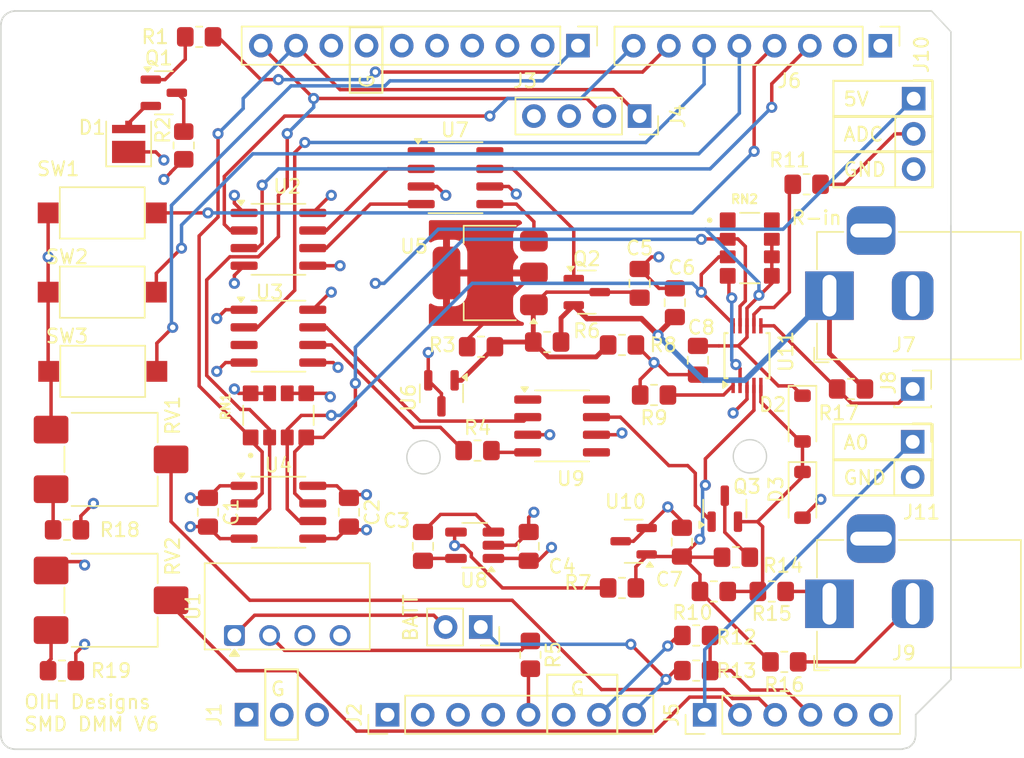
<source format=kicad_pcb>
(kicad_pcb (version 20241229) (generator "pcbnew") (generator_version "9.0")
  (layers (0 "F.Cu" signal) (4 "In1.Cu" signal) (6 "In2.Cu" signal) (2 "B.Cu" signal) (13 "F.Paste" user) (15 "B.Paste" user) (5 "F.SilkS" user "F.Silkscreen") (7 "B.SilkS" user "B.Silkscreen") (1 "F.Mask" user) (3 "B.Mask" user) (25 "Edge.Cuts" user))
  (net 0 "")
  (net 1 "GND")
  (net 2 "Resistor_Input")
  (net 3 "SDA")
  (net 4 "D6~")
  (net 5 "D7")
  (net 6 "+9V")
  (net 7 "SCL")
  (net 8 "V_Input_REF")
  (net 9 "V_Input_Float")
  (net 10 "ADS_ADDR")
  (net 11 "/R Circuit I Output")
  (net 12 "ADS_ALERT")
  (net 13 "A0{slash}D14")
  (net 14 "D3~")
  (net 15 "VDD")
  (net 16 "I_Input")
  (net 17 "D5~ (IR)")
  (net 18 "A1{slash}D15")
  (net 19 "Net-(Q2-G)")
  (net 20 "A3{slash}D17")
  (net 21 "CS")
  (net 22 "MISO")
  (net 23 "MOSI")
  (net 24 "CLK")
  (net 25 "SDA-5V")
  (net 26 "SCL-5V")
  (net 27 "/R into ADS")
  (net 28 "+VSW")
  (net 29 "/Driver_U2_Out_B")
  (net 30 "/Driver_U4_Out_A")
  (net 31 "/Driver_U4_Out_B")
  (net 32 "/ADC-1")
  (net 33 "/V Ref to ADS-0")
  (net 34 "/Driver_U4_In_B")
  (net 35 "Gnd-iso")
  (net 36 "5V-iso")
  (net 37 "/Driver_U4_In_A")
  (net 38 "/Driver_U2_In_A")
  (net 39 "/Driver_U2_In_B")
  (net 40 "D2~")
  (net 41 "/Uno5vPin")
  (net 42 "A2{slash}D16")
  (net 43 "+3V3")
  (net 44 "D8")
  (net 45 "D4")
  (net 53 "Net-(U8-C1-)")
  (net 54 "Net-(U8-C1+)")
  (net 55 "Net-(D1-A)")
  (net 62 "Net-(J10-Pin_2)")
  (net 63 "Net-(Q1-C)")
  (net 64 "Net-(Q1-B)")
  (net 65 "Net-(Q3-D)")
  (net 66 "Net-(U5-VO)")
  (net 67 "Net-(U3-VOB)")
  (net 73 "Net-(R18-Pad1)")
  (net 74 "Net-(R19-Pad1)")
  (footprint "Capacitor_SMD:C_0805_2012Metric_Pad1.18x1.45mm_HandSolder" (layer "F.Cu") (at 128.660305 73.49413 90)
    (property "Reference" "C8")
    (property "Value" "0.1uF")
  )
  (footprint "Resistor_SMD:R_0805_2012Metric_Pad1.20x1.40mm_HandSolder" (layer "F.Cu") (at 128.54 95.88 180)
    (property "Reference" "R13")
    (property "Value" "100K")
  )
  (footprint "Connector_PinSocket_2.54mm:PinSocket_1x01_P2.54mm_Vertical" (layer "F.Cu") (at 144.145 75.565)
    (property "Reference" "J8")
    (property "Value" "Conn_01x01_Socket")
  )
  (footprint "Connector_PinHeader_2.54mm:PinHeader_1x06_P2.54mm_Vertical" (layer "F.Cu") (at 129.151624 99.067665 90)
    (property "Reference" "J5")
    (property "Value" "ANALOG")
  )
  (footprint "Potentiometer_SMD:Potentiometer_ACP_CA6-VSMD_Vertical" (layer "F.Cu") (at 86.36 90.805)
    (property "Reference" "RV2")
    (property "Value" "R_Potentiometer_US")
  )
  (footprint "Package_SO:SOIC-8_3.9x4.9mm_P1.27mm" (layer "F.Cu") (at 98.425 71.755)
    (property "Reference" "U3")
    (property "Value" "ADuM1200AR")
  )
  (footprint "Resistor_SMD:R_0805_2012Metric_Pad1.20x1.40mm_HandSolder" (layer "F.Cu") (at 82.82 95.885)
    (property "Reference" "R19")
    (property "Value" "1K")
  )
  (footprint "Resistor_SMD:R_0805_2012Metric_Pad1.20x1.40mm_HandSolder" (layer "F.Cu") (at 123.19 89.916)
    (property "Reference" "R7")
    (property "Value" "4.7K")
  )
  (footprint "Connector_PinHeader_2.54mm:PinHeader_1x08_P2.54mm_Vertical" (layer "F.Cu") (at 141.809463 50.808987 -90)
    (property "Reference" "J6")
    (property "Value" "DIGITAL1")
  )
  (footprint "Package_TO_SOT_SMD:SOT-223-3_TabPin2" (layer "F.Cu") (at 113.69 67.19875 180)
    (property "Reference" "U5")
    (property "Value" "LM317_TO-220")
  )
  (footprint "Resistor_SMD:R_0805_2012Metric_Pad1.20x1.40mm_HandSolder" (layer "F.Cu") (at 125.5 76 180)
    (property "Reference" "R9")
    (property "Value" "0")
  )
  (footprint "Library:RESCAXS127P508X320X70-8N" (layer "F.Cu") (at 98.425 77.47 90)
    (property "Reference" "RN1")
    (property "Value" "10k x4")
  )
  (footprint "Package_SO:TSSOP-10_3x3mm_P0.5mm" (layer "F.Cu") (at 132.200305 73.15913 90)
    (property "Reference" "U11")
    (property "Value" "ADS1115IDGS")
  )
  (footprint "Resistor_SMD:R_0805_2012Metric_Pad1.20x1.40mm_HandSolder" (layer "F.Cu") (at 134.89 95.25 180)
    (property "Reference" "R16")
    (property "Value" "499.0K")
  )
  (footprint "Resistor_SMD:R_0805_2012Metric_Pad1.20x1.40mm_HandSolder" (layer "F.Cu") (at 129.81 90.17)
    (property "Reference" "R10")
    (property "Value" "1M")
  )
  (footprint "Package_TO_SOT_SMD:SOT-23" (layer "F.Cu") (at 124.0305 86.548 180)
    (property "Reference" "U10")
    (property "Value" "LM4040DBZ-2.5")
  )
  (footprint "Resistor_SMD:R_0805_2012Metric_Pad1.20x1.40mm_HandSolder" (layer "F.Cu") (at 128.54 93.345)
    (property "Reference" "R12")
    (property "Value" "22K")
  )
  (footprint "Library:PinHeader_1x03_P2.54mm_Vertical_NoBox" (layer "F.Cu") (at 96.128981 99.06 90)
    (property "Reference" "J1")
    (property "Value" "POWER2")
  )
  (footprint "Connector_PinSocket_2.54mm:PinSocket_1x03_P2.54mm_Vertical" (layer "F.Cu") (at 144.215 54.625)
    (property "Reference" "J10")
    (property "Value" "I_Input")
  )
  (footprint "Resistor_SMD:R_0805_2012Metric_Pad1.20x1.40mm_HandSolder" (layer "F.Cu") (at 113.03 72.51875)
    (property "Reference" "R3")
    (property "Value" "62.0")
  )
  (footprint "Resistor_SMD:R_0805_2012Metric_Pad1.20x1.40mm_HandSolder" (layer "F.Cu") (at 117.795 72.17875)
    (property "Reference" "R6")
    (property "Value" "22.0K")
  )
  (footprint "Button_Switch_SMD:SW_SPST_CK_RS282G05A3" (layer "F.Cu") (at 85.762 74.295 180)
    (property "Reference" "SW3")
    (property "Value" "SW_Push")
  )
  (footprint "Resistor_SMD:R_0805_2012Metric_Pad1.20x1.40mm_HandSolder" (layer "F.Cu") (at 91.6 58 -90)
    (property "Reference" "R2")
    (property "Value" "500")
  )
  (footprint "Capacitor_SMD:C_0805_2012Metric_Pad1.18x1.45mm_HandSolder" (layer "F.Cu") (at 108.842903 86.919187 -90)
    (property "Reference" "C3")
    (property "Value" "4.7uF")
  )
  (footprint "Button_Switch_SMD:SW_SPST_CK_RS282G05A3" (layer "F.Cu") (at 85.725 68.58 180)
    (property "Reference" "SW2")
    (property "Value" "SW_Push")
  )
  (footprint "Package_TO_SOT_SMD:SOT-23" (layer "F.Cu") (at 110.175 75.88 -90)
    (property "Reference" "U6")
    (property "Value" "LM4040DBZ-5")
  )
  (footprint "Button_Switch_SMD:SW_SPST_CK_RS282G05A3" (layer "F.Cu") (at 85.725 62.865 180)
    (property "Reference" "SW1")
    (property "Value" "SW_Push")
  )
  (footprint "Capacitor_SMD:C_0805_2012Metric_Pad1.18x1.45mm_HandSolder" (layer "F.Cu") (at 93.345 84.455 -90)
    (property "Reference" "C1")
    (property "Value" "0.1uF")
  )
  (footprint "Connector_PinSocket_2.54mm:PinSocket_1x02_P2.54mm_Vertical" (layer "F.Cu") (at 144.145 79.375)
    (property "Reference" "J11")
    (property "Value" "Conn_01x02_Pin")
  )
  (footprint "Resistor_SMD:R_0805_2012Metric_Pad1.20x1.40mm_HandSolder" (layer "F.Cu") (at 133.985 90.17 180)
    (property "Reference" "R15")
    (property "Value" "499.0K")
  )
  (footprint "Resistor_SMD:R_0805_2012Metric_Pad1.20x1.40mm_HandSolder" (layer "F.Cu") (at 112.776 80.01)
    (property "Reference" "R4")
    (property "Value" "0")
  )
  (footprint "Capacitor_SMD:C_0805_2012Metric_Pad1.18x1.45mm_HandSolder" (layer "F.Cu") (at 103.505 84.455 -90)
    (property "Reference" "C2")
    (property "Value" "0.1uF")
  )
  (footprint "Resistor_SMD:R_0805_2012Metric_Pad1.20x1.40mm_HandSolder" (layer "F.Cu") (at 116.586 94.742 -90)
    (property "Reference" "R5")
    (property "Value" "0")
  )
  (footprint "Resistor_SMD:R_0805_2012Metric_Pad1.20x1.40mm_HandSolder" (layer "F.Cu") (at 136.5 60.8)
    (property "Reference" "R11")
    (property "Value" "0")
  )
  (footprint "Package_TO_SOT_SMD:SOT-23-5_HandSoldering" (layer "F.Cu") (at 112.572903 86.836687 180)
    (property "Reference" "U8")
    (property "Value" "MAX1683")
  )
  (footprint "Connector_BarrelJack:BarrelJack_Horizontal" (layer "F.Cu") (at 138.145 91.06 180)
    (property "Reference" "J9")
    (property "Value" "Barrel_Jack")
  )
  (footprint "Package_SO:SOIC-8_3.9x4.9mm_P1.27mm" (layer "F.Cu") (at 118.872 78.232)
    (property "Reference" "U9")
    (property "Value" "IX4426N")
  )
  (footprint "Package_TO_SOT_SMD:SOT-23" (layer "F.Cu") (at 120.65 68.58)
    (property "Reference" "Q2")
    (property "Value" "AO3400A MOSFET")
  )
  (footprint "Diode_SMD:D_SOD-123" (layer "F.Cu") (at 136.2 77.7 -90)
    (property "Reference" "D2")
    (property "Value" "D_Schottky")
  )
  (footprint "Resistor_SMD:R_0805_2012Metric_Pad1.20x1.40mm_HandSolder" (layer "F.Cu") (at 123.19 72.39 180)
    (property "Reference" "R8")
    (property "Value" "330.0")
  )
  (footprint "Resistor_SMD:R_0805_2012Metric_Pad1.20x1.40mm_HandSolder" (layer "F.Cu") (at 131.4 87.7 180)
    (property "Reference" "R14")
    (property "Value" "15K")
  )
  (footprint "Capacitor_SMD:C_0805_2012Metric_Pad1.18x1.45mm_HandSolder" (layer "F.Cu") (at 116.462903 86.919187 90)
    (property "Reference" "C4")
    (property "Value" "4.7uF")
  )
  (footprint "Resistor_SMD:R_0805_2012Metric_Pad1.20x1.40mm_HandSolder" (layer "F.Cu") (at 139.7 75.565)
    (property "Reference" "R17")
    (property "Value" "0")
  )
  (footprint "Package_TO_SOT_SMD:SOT-23" (layer "F.Cu") (at 90.1625 54.2)
    (property "Reference" "Q1")
    (property "Value" "MMBT3904" (hide yes))
  )
  (footprint "Connector_PinHeader_2.54mm:PinHeader_1x08_P2.54mm_Vertical" (layer "F.Cu") (at 106.287792 99.06511 90)
    (property "Reference" "J2")
    (property "Value" "POWER1")
  )
  (footprint "Diode_SMD:D_SOD-123" (layer "F.Cu") (at 136.2 83.2 -90)
    (property "Reference" "D3")
    (property "Value" "D_Schottky")
  )
  (footprint "Package_TO_SOT_SMD:SOT-23" (layer "F.Cu") (at 130.6 84.2 90)
    (property "Reference" "Q3")
    (property "Value" "AO3400A MOSFET")
  )
  (footprint "Converter_DCDC:Converter_DCDC_TRACO_TEA1-xxxx_THT" (layer "F.Cu") (at 95.25 93.345 90)
    (property "Reference" "U1")
    (property "Value" "RFM-0505S")
  )
  (footprint "Connector_PinHeader_2.54mm:PinHeader_1x10_P2.54mm_Vertical" (layer "F.Cu") (at 120.015 50.8 -90)
    (property "Reference" "J3")
    (property "Value" "DIGITAL2")
  )
  (footprint "Capacitor_SMD:C_0805_2012Metric_Pad1.18x1.45mm_HandSolder" (layer "F.Cu") (at 124.46 67.945 90)
    (property "Reference" "C5")
    (property "Value" "1uF")
  )
  (footprint "Connector_BarrelJack:BarrelJack_Horizontal" (layer "F.Cu") (at 138.145 68.835 180)
    (property "Reference" "J7")
    (property "Value" "Barrel_Jack")
  )
  (footprint "Capacitor_SMD:C_0805_2012Metric_Pad1.18x1.45mm_HandSolder" (layer "F.Cu") (at 127 69.342 90)
    (property "Reference" "C6")
    (property "Value" "2.2uF")
  )
  (footprint "Resistor_SMD:R_0805_2012Metric_Pad1.20x1.40mm_HandSolder" (layer "F.Cu") (at 92.71 50.165 180)
    (property "Reference" "R1")
    (property "Value" "1K")
  )
  (footprint "Capacitor_SMD:C_0805_2012Metric_Pad1.18x1.45mm_HandSolder" (layer "F.Cu") (at 127.508 86.614 -90)
    (property "Reference" "C7")
    (property "Value" "0.1uF")
  )
  (footprint "Connector_PinSocket_2.54mm:PinSocket_1x02_P2.54mm_Vertical" (layer "F.Cu") (at 113.01 92.735 -90)
    (property "Reference" "J12" (hide yes))
    (property "Value" "Conn_01x02_Pin")
  )
  (footprint "Potentiometer_SMD:Potentiometer_ACP_CA6-VSMD_Vertical" (layer "F.Cu") (at 86.36 80.645)
    (property "Reference" "RV1")
    (property "Value" "06TR4FA103DPR")
  )
  (footprint "Connector_PinSocket_2.54mm:PinSocket_1x04_P2.54mm_Vertical" (layer "F.Cu") (at 124.46 55.88 -90)
    (property "Reference" "J4")
    (property "Value" "Out to Screen")
  )
  (footprint "LED_SMD:LED_Luminus_MP-3030-1100_3.0x3.0mm" (layer "F.Cu") (at 87.63 57.89 90)
    (property "Reference" "D1")
    (property "Value" "LED")
  )
  (footprint "Resistor_SMD:R_0805_2012Metric_Pad1.20x1.40mm_HandSolder" (layer "F.Cu") (at 83.185 85.725)
    (property "Reference" "R18")
    (property "Value" "1K")
  )
  (footprint "Package_SO:SOIC-8_3.9x4.9mm_P1.27mm" (layer "F.Cu") (at 98.425 84.455)
    (property "Reference" "U4")
    (property "Value" "ISO1540")
  )
  (footprint "Package_SO:SOIC-8_3.9x4.9mm_P1.27mm" (layer "F.Cu") (at 98.425 64.77)
    (property "Reference" "U2")
    (property "Value" "ADuM1200AR")
  )
  (footprint "Library:RESCAXS127P508X320X70-8N" (layer "F.Cu") (at 132.4 65.4)
    (property "Reference" "RN2")
    (property "Value" "1K x4")
  )
  (footprint "Package_SO:SOIC-8_3.9x4.9mm_P1.27mm" (layer "F.Cu") (at 111.19 60.325)
    (property "Reference" "U7")
    (property "Value" "IX4426N")
  )
  (gr_rect (start 138.43 78.105) (end 145.585 80.705) (stroke (width 0.15)) (fill no) (layer "F.SilkS"))
  (gr_rect (start 103.567758 49.467044) (end 105.91855 54.201136) (stroke (width 0.15)) (fill no) (layer "F.SilkS"))
  (gr_rect (start 138.43 80.645) (end 145.585 83.245) (stroke (width 0.15)) (fill no) (layer "F.SilkS"))
  (gr_rect (start 117.800432 96.176612) (end 122.849754 100.44112) (stroke (width 0.15)) (fill no) (layer "F.SilkS"))
  (gr_rect (start 97.477467 95.788603) (end 99.825034 100.86181) (stroke (width 0.15)) (fill no) (layer "F.SilkS"))
  (gr_rect (start 138.43 53.34) (end 145.585 55.94) (stroke (width 0.15)) (fill no) (layer "F.SilkS"))
  (gr_rect (start 138.43 55.88) (end 145.585 58.48) (stroke (width 0.15)) (fill no) (layer "F.SilkS"))
  (gr_rect (start 138.43 58.42) (end 145.585 61.02) (stroke (width 0.15)) (fill no) (layer "F.SilkS"))
  (gr_line (start 79.155572 48.342318) (end 79.409482 48.3) (stroke (width 0.12)) (layer "Edge.Cuts"))
  (gr_line (start 78.711229 48.596228) (end 78.922821 48.448114) (stroke (width 0.12)) (layer "Edge.Cuts"))
  (gr_line (start 78.922821 101.423045) (end 78.711229 101.253771) (stroke (width 0.12)) (layer "Edge.Cuts"))
  (gr_line (start 146.899617 96.521794) (end 144.360514 99.060897) (stroke (width 0.12)) (layer "Edge.Cuts"))
  (gr_line (start 79.409482 48.3) (end 145.5 48.3) (stroke (width 0.12)) (layer "Edge.Cuts"))
  (gr_line (start 79.155572 101.507681) (end 78.922821 101.423045) (stroke (width 0.12)) (layer "Edge.Cuts"))
  (gr_line (start 144.318196 100.809428) (end 144.233559 101.042179) (stroke (width 0.12)) (layer "Edge.Cuts"))
  (gr_line (start 144.233559 101.042179) (end 144.064285 101.253771) (stroke (width 0.12)) (layer "Edge.Cuts"))
  (gr_line (start 78.415 49.315641) (end 78.457318 49.040571) (stroke (width 0.12)) (layer "Edge.Cuts"))
  (gr_line (start 144.360514 99.060897) (end 144.360514 100.555518) (stroke (width 0.12)) (layer "Edge.Cuts"))
  (gr_line (start 145.5 48.3) (end 146.9 49.8) (stroke (width 0.1)) (layer "Edge.Cuts"))
  (gr_line (start 78.457318 100.809428) (end 78.415 100.555518) (stroke (width 0.12)) (layer "Edge.Cuts"))
  (gr_line (start 143.852694 101.423045) (end 143.366032 101.55) (stroke (width 0.12)) (layer "Edge.Cuts"))
  (gr_line (start 144.064285 101.253771) (end 143.852694 101.423045) (stroke (width 0.12)) (layer "Edge.Cuts"))
  (gr_line (start 78.711229 101.253771) (end 78.541955 101.042179) (stroke (width 0.12)) (layer "Edge.Cuts"))
  (gr_line (start 79.409482 101.55) (end 79.155572 101.507681) (stroke (width 0.12)) (layer "Edge.Cuts"))
  (gr_circle (center 108.880463 80.491437) (end 110.080463 80.491437) (stroke (width 0.1)) (fill no) (layer "Edge.Cuts"))
  (gr_line (start 144.360514 100.555518) (end 144.318196 100.809428) (stroke (width 0.12)) (layer "Edge.Cuts"))
  (gr_line (start 78.415 100.555518) (end 78.415 49.315641) (stroke (width 0.12)) (layer "Edge.Cuts"))
  (gr_circle (center 132.410332 80.422661) (end 133.610332 80.422661) (stroke (width 0.1)) (fill no) (layer "Edge.Cuts"))
  (gr_line (start 143.366032 101.55) (end 79.409482 101.55) (stroke (width 0.12)) (layer "Edge.Cuts"))
  (gr_line (start 78.541955 48.80782) (end 78.711229 48.596228) (stroke (width 0.12)) (layer "Edge.Cuts"))
  (gr_line (start 78.541955 101.042179) (end 78.457318 100.809428) (stroke (width 0.12)) (layer "Edge.Cuts"))
  (gr_line (start 146.9 49.8) (end 146.899617 63.788527) (stroke (width 0.1)) (layer "Edge.Cuts"))
  (gr_line (start 78.922821 48.448114) (end 79.155572 48.342318) (stroke (width 0.12)) (layer "Edge.Cuts"))
  (gr_line (start 78.457318 49.040571) (end 78.541955 48.80782) (stroke (width 0.12)) (layer "Edge.Cuts"))
  (gr_line (start 146.899617 63.788527) (end 146.899617 96.521794) (stroke (width 0.12)) (layer "Edge.Cuts"))
  (gr_text "ADC" (at 139.065 57.785 0) (layer "F.SilkS") (effects (font (size 1 1)) (justify left bottom)))
  (gr_text "G" (at 97.79 97.79 0) (layer "F.SilkS") (effects (font (size 1 1)) (justify left bottom)))
  (gr_text "G" (at 105.41 53.975 90) (layer "F.SilkS") (effects (font (size 1 1)) (justify left bottom)))
  (gr_text "R-in" (at 135.3 63.8 0) (layer "F.SilkS") (effects (font (size 1 1)) (justify left bottom)))
  (gr_text "5V" (at 139.065 55.245 0) (layer "F.SilkS") (effects (font (size 1 1)) (justify left bottom)))
  (gr_text "GND" (at 139.065 82.55 0) (layer "F.SilkS") (effects (font (size 1 1)) (justify left bottom)))
  (gr_text "G" (at 119.38 97.79 0) (layer "F.SilkS") (effects (font (size 1 1)) (justify left bottom)))
  (gr_text "A0" (at 139.065 80.01 0) (layer "F.SilkS") (effects (font (size 1 1)) (justify left bottom)))
  (gr_text "BATT" (at 107.95 92.075 90) (layer "F.SilkS") (effects (font (size 1 1))))
  (gr_text "GND" (at 139.065 60.325 0) (layer "F.SilkS") (effects (font (size 1 1)) (justify left bottom)))
  (gr_text "OIH Designs\nSMD DMM V6" (at 80.01 100.33 0) (layer "F.SilkS") (effects (font (size 1 1)) (justify left bottom)))
  (segment (start 87.63 58.465) (end 89.58 58.465) (width 0.25) (layer "F.Cu") (net 1))
  (segment (start 95.95 73.66) (end 94.615 73.66) (width 0.25) (layer "F.Cu") (net 1))
  (segment (start 84.21 88.02) (end 84.455 88.265) (width 0.25) (layer "F.Cu") (net 1))
  (segment (start 89.58 58.465) (end 90.17 59.055) (width 0.25) (layer "F.Cu") (net 1))
  (segment (start 96.71 91.885) (end 95.25 93.345) (width 0.25) (layer "F.Cu") (net 1))
  (segment (start 81.825 66.04) (end 81.825 74.258) (width 0.25) (layer "F.Cu") (net 1))
  (segment (start 94.2125 86.36) (end 95.95 86.36) (width 0.25) (layer "F.Cu") (net 1))
  (segment (start 82.035 79.13) (end 82.035 74.468) (width 0.25) (layer "F.Cu") (net 1))
  (segment (start 95.95 66.675) (end 95.25 67.375) (width 0.25) (layer "F.Cu") (net 1))
  (segment (start 94.615 73.66) (end 93.98 74.295) (width 0.25) (layer "F.Cu") (net 1))
  (segment (start 81.825 74.258) (end 81.862 74.295) (width 0.25) (layer "F.Cu") (net 1))
  (segment (start 93.345 85.4925) (end 94.2125 86.36) (width 0.25) (layer "F.Cu") (net 1))
  (segment (start 109.62 91.885) (end 96.71 91.885) (width 0.25) (layer "F.Cu") (net 1))
  (segment (start 82.035 74.468) (end 81.862 74.295) (width 0.25) (layer "F.Cu") (net 1))
  (segment (start 126.488951 94.103951) (end 127.247902 93.345) (width 0.25) (layer "F.Cu") (net 1))
  (segment (start 82.035 88.02) (end 84.21 88.02) (width 0.25) (layer "F.Cu") (net 1))
  (segment (start 110.47 92.735) (end 109.62 91.885) (width 0.25) (layer "F.Cu") (net 1))
  (segment (start 81.825 62.865) (end 81.825 66.04) (width 0.25) (layer "F.Cu") (net 1))
  (segment (start 92.075 85.4925) (end 93.345 85.4925) (width 0.25) (layer "F.Cu") (net 1))
  (segment (start 95.25 67.375) (end 95.25 67.945) (width 0.25) (layer "F.Cu") (net 1))
  (segment (start 127.247902 93.345) (end 127.54 93.345) (width 0.25) (layer "F.Cu") (net 1))
  (via (at 93.98 74.295) (size 0.8) (drill 0.4) (layers "F.Cu" "B.Cu") (net 1))
  (via (at 95.25 67.945) (size 0.8) (drill 0.4) (layers "F.Cu" "B.Cu") (net 1))
  (via (at 126.488951 94.103951) (size 0.8) (drill 0.4) (layers "F.Cu" "B.Cu") (net 1))
  (via (at 84.455 88.265) (size 0.8) (drill 0.4) (layers "F.Cu" "B.Cu") (net 1))
  (via (at 81.825 66.04) (size 0.8) (drill 0.4) (layers "F.Cu" "B.Cu") (net 1))
  (via (at 92.075 85.4925) (size 0.8) (drill 0.4) (layers "F.Cu" "B.Cu") (net 1))
  (via (at 90.17 59.055) (size 0.8) (drill 0.4) (layers "F.Cu" "B.Cu") (net 1))
  (segment (start 121.527792 99.06511) (end 126.488951 94.103951) (width 0.25) (layer "B.Cu") (net 1))
  (segment (start 118.795 70.4475) (end 118.795 72.17875) (width 0.35) (layer "F.Cu") (net 2))
  (segment (start 138.145 73.01) (end 138.145 68.835) (width 0.35) (layer "F.Cu") (net 2))
  (segment (start 124.594875 70.492875) (end 120.675375 70.492875) (width 0.4) (layer "F.Cu") (net 2))
  (segment (start 125.7935 71.6915) (end 125.857 71.628) (width 0.4) (layer "F.Cu") (net 2))
  (segment (start 120.675375 70.492875) (end 119.7125 69.53) (width 0.4) (layer "F.Cu") (net 2))
  (segment (start 125.7935 71.6915) (end 124.594875 70.492875) (width 0.4) (layer "F.Cu") (net 2))
  (segment (start 125.857 71.5225) (end 127 70.3795) (width 0.4) (layer "F.Cu") (net 2))
  (segment (start 125.857 71.628) (end 125.857 71.5225) (width 0.4) (layer "F.Cu") (net 2))
  (segment (start 140.7 75.565) (end 138.145 73.01) (width 0.35) (layer "F.Cu") (net 2))
  (segment (start 119.7125 69.53) (end 118.795 70.4475) (width 0.35) (layer "F.Cu") (net 2))
  (via (at 125.7935 71.6915) (size 0.8) (drill 0.4) (layers "F.Cu" "B.Cu") (net 2))
  (segment (start 125.7935 71.6915) (end 129.032 74.93) (width 0.4) (layer "B.Cu") (net 2))
  (segment (start 129.032 74.93) (end 132.05 74.93) (width 0.4) (layer "B.Cu") (net 2))
  (segment (start 132.05 74.93) (end 138.145 68.835) (width 0.4) (layer "B.Cu") (net 2))
  (segment (start 97.251 83.089) (end 96.52 83.82) (width 0.25) (layer "F.Cu") (net 3))
  (segment (start 94.071 63.16572) (end 92.71 64.52672) (width 0.25) (layer "F.Cu") (net 3))
  (segment (start 96.42 79.06) (end 96.42 79.275) (width 0.25) (layer "F.Cu") (net 3))
  (segment (start 94.071 57.15) (end 94.071 63.16572) (width 0.25) (layer "F.Cu") (net 3))
  (segment (start 96.42 79.275) (end 97.251 80.106) (width 0.25) (layer "F.Cu") (net 3))
  (segment (start 97.251 80.106) (end 97.251 83.089) (width 0.25) (layer "F.Cu") (net 3))
  (segment (start 96.52 83.82) (end 95.95 83.82) (width 0.25) (layer "F.Cu") (net 3))
  (segment (start 102.87 53.975) (end 99.695 50.8) (width 0.25) (layer "F.Cu") (net 3))
  (segment (start 92.71 64.52672) (end 92.71 75.35) (width 0.25) (layer "F.Cu") (net 3))
  (segment (start 122.555 53.975) (end 102.87 53.975) (width 0.25) (layer "F.Cu") (net 3))
  (segment (start 92.71 75.35) (end 96.42 79.06) (width 0.25) (layer "F.Cu") (net 3))
  (segment (start 124.46 55.88) (end 122.555 53.975) (width 0.25) (layer "F.Cu") (net 3))
  (via (at 94.071 57.15) (size 0.8) (drill 0.4) (layers "F.Cu" "B.Cu") (net 3))
  (segment (start 94.071 57.15) (end 95.885 55.336) (width 0.25) (layer "B.Cu") (net 3))
  (segment (start 95.885 54.61) (end 99.695 50.8) (width 0.25) (layer "B.Cu") (net 3))
  (segment (start 95.885 55.336) (end 95.885 54.61) (width 0.25) (layer "B.Cu") (net 3))
  (segment (start 97.155 53.25) (end 98.425 53.25) (width 0.25) (layer "F.Cu") (net 4))
  (segment (start 105.41 52.705) (end 124.67345 52.705) (width 0.25) (layer "F.Cu") (net 4))
  (segment (start 94.07 50.165) (end 97.155 53.25) (width 0.25) (layer "F.Cu") (net 4))
  (segment (start 124.67345 52.705) (end 126.569463 50.808987) (width 0.25) (layer "F.Cu") (net 4))
  (via (at 105.41 52.705) (size 0.8) (drill 0.4) (layers "F.Cu" "B.Cu") (net 4))
  (via (at 98.425 53.25) (size 0.8) (drill 0.4) (layers "F.Cu" "B.Cu") (net 4))
  (segment (start 104.865 53.25) (end 105.41 52.705) (width 0.25) (layer "B.Cu") (net 4))
  (segment (start 98.425 53.25) (end 104.865 53.25) (width 0.25) (layer "B.Cu") (net 4))
  (segment (start 94.524 63.683999) (end 94.975001 64.135) (width 0.25) (layer "F.Cu") (net 5))
  (segment (start 113.665 55.88) (end 98.878 55.88) (width 0.25) (layer "F.Cu") (net 5))
  (segment (start 98.878 55.88) (end 94.524 60.234) (width 0.25) (layer "F.Cu") (net 5))
  (segment (start 94.524 60.234) (end 94.524 63.683999) (width 0.25) (layer "F.Cu") (net 5))
  (segment (start 94.975001 64.135) (end 95.95 64.135) (width 0.25) (layer "F.Cu") (net 5))
  (via (at 113.665 55.88) (size 0.8) (drill 0.4) (layers "F.Cu" "B.Cu") (net 5))
  (segment (start 113.665 55.88) (end 114.935 54.61) (width 0.25) (layer "B.Cu") (net 5))
  (segment (start 114.935 54.61) (end 120.22845 54.61) (width 0.25) (layer "B.Cu") (net 5))
  (segment (start 120.22845 54.61) (end 124.029463 50.808987) (width 0.25) (layer "B.Cu") (net 5))
  (segment (start 116.462903 85.881687) (end 115.507903 86.836687) (width 0.25) (layer "F.Cu") (net 6))
  (segment (start 116.462903 85.881687) (end 116.462903 84.832097) (width 0.25) (layer "F.Cu") (net 6))
  (segment (start 115.507903 86.836687) (end 113.922903 86.836687) (width 0.25) (layer "F.Cu") (net 6))
  (segment (start 123.063 78.867) (end 123.19 78.74) (width 0.25) (layer "F.Cu") (net 6))
  (segment (start 116.462903 84.832097) (end 116.84 84.455) (width 0.25) (layer "F.Cu") (net 6))
  (segment (start 113.665 60.96) (end 115.025 60.96) (width 0.25) (layer "F.Cu") (net 6))
  (segment (start 115.025 60.96) (end 115.57 61.505) (width 0.25) (layer "F.Cu") (net 6))
  (segment (start 121.347 78.867) (end 123.063 78.867) (width 0.25) (layer "F.Cu") (net 6))
  (via (at 115.57 61.505) (size 0.8) (drill 0.4) (layers "F.Cu" "B.Cu") (net 6))
  (via (at 123.19 78.74) (size 0.8) (drill 0.4) (layers "F.Cu" "B.Cu") (net 6))
  (via (at 116.84 84.455) (size 0.8) (drill 0.4) (layers "F.Cu" "B.Cu") (net 6))
  (segment (start 95.701875 77.043595) (end 93.254 74.59572) (width 0.25) (layer "F.Cu") (net 7))
  (segment (start 120.65 54.61) (end 100.965 54.61) (width 0.25) (layer "F.Cu") (net 7))
  (segment (start 93.254 67.700678) (end 94.923678 66.031) (width 0.25) (layer "F.Cu") (net 7))
  (segment (start 98.425 61.595) (end 99.06 60.96) (width 0.25) (layer "F.Cu") (net 7))
  (segment (start 98.425 64.582322) (end 98.425 61.595) (width 0.25) (layer "F.Cu") (net 7))
  (segment (start 94.923678 66.031) (end 96.976322 66.031) (width 0.25) (layer "F.Cu") (net 7))
  (segment (start 97.79 84.224999) (end 96.924999 85.09) (width 0.25) (layer "F.Cu") (net 7))
  (segment (start 100.965 54.61) (end 97.155 50.8) (width 0.25) (layer "F.Cu") (net 7))
  (segment (start 97.79 79.06) (end 97.79 84.224999) (width 0.25) (layer "F.Cu") (net 7))
  (segment (start 96.343595 77.043595) (end 95.701875 77.043595) (width 0.25) (layer "F.Cu") (net 7))
  (segment (start 96.976322 66.031) (end 98.425 64.582322) (width 0.25) (layer "F.Cu") (net 7))
  (segment (start 96.924999 85.09) (end 95.95 85.09) (width 0.25) (layer "F.Cu") (net 7))
  (segment (start 97.79 78.49) (end 96.343595 77.043595) (width 0.25) (layer "F.Cu") (net 7))
  (segment (start 121.92 55.88) (end 120.65 54.61) (width 0.25) (layer "F.Cu") (net 7))
  (segment (start 93.254 74.59572) (end 93.254 67.700678) (width 0.25) (layer "F.Cu") (net 7))
  (segment (start 99.06 60.96) (end 99.06 57.15) (width 0.25) (layer "F.Cu") (net 7))
  (segment (start 97.79 79.06) (end 97.79 78.49) (width 0.25) (layer "F.Cu") (net 7))
  (via (at 99.06 57.15) (size 0.8) (drill 0.4) (layers "F.Cu" "B.Cu") (net 7))
  (via (at 100.965 54.61) (size 0.8) (drill 0.4) (layers "F.Cu" "B.Cu") (net 7))
  (segment (start 99.06 57.15) (end 100.965 55.245) (width 0.25) (layer "B.Cu") (net 7))
  (segment (start 100.965 55.245) (end 100.965 54.61) (width 0.25) (layer "B.Cu") (net 7))
  (segment (start 139.955 95.25) (end 144.145 91.06) (width 0.25) (layer "F.Cu") (net 8))
  (segment (start 135.89 95.25) (end 139.955 95.25) (width 0.25) (layer "F.Cu") (net 8))
  (segment (start 134.985 90.17) (end 137.255 90.17) (width 0.25) (layer "F.Cu") (net 9))
  (segment (start 130.509435 76) (end 131.200305 75.30913) (width 0.25) (layer "F.Cu") (net 10))
  (segment (start 126.5 76) (end 130.509435 76) (width 0.25) (layer "F.Cu") (net 10))
  (segment (start 111.60625 74.9425) (end 111.125 74.9425) (width 0.35) (layer "F.Cu") (net 11))
  (segment (start 117.87 73.25375) (end 116.795 72.17875) (width 0.35) (layer "F.Cu") (net 11))
  (segment (start 121.5875 68.58) (end 124.0575 68.58) (width 0.25) (layer "F.Cu") (net 11))
  (segment (start 121.32625 73.25375) (end 117.87 73.25375) (width 0.35) (layer "F.Cu") (net 11))
  (segment (start 116.795 72.17875) (end 116.795 69.54375) (width 0.35) (layer "F.Cu") (net 11))
  (segment (start 121.5875 68.58) (end 117.75875 68.58) (width 0.25) (layer "F.Cu") (net 11))
  (segment (start 122.19 72.39) (end 121.32625 73.25375) (width 0.35) (layer "F.Cu") (net 11))
  (segment (start 117.75875 68.58) (end 116.84 69.49875) (width 0.25) (layer "F.Cu") (net 11))
  (segment (start 116.795 72.17875) (end 114.37 72.17875) (width 0.35) (layer "F.Cu") (net 11))
  (segment (start 114.03 72.51875) (end 111.60625 74.9425) (width 0.35) (layer "F.Cu") (net 11))
  (segment (start 131.700305 74.100305) (end 131.700305 75.30913) (width 0.25) (layer "F.Cu") (net 12))
  (segment (start 130.9 68.8) (end 130.9 67.4) (width 0.25) (layer "F.Cu") (net 12))
  (segment (start 131.4 73.8) (end 131.700305 74.100305) (width 0.25) (layer "F.Cu") (net 12))
  (segment (start 131.1 69) (end 130.9 68.8) (width 0.25) (layer "F.Cu") (net 12))
  (via (at 131.1 69) (size 0.8) (drill 0.4) (layers "F.Cu" "B.Cu") (net 12))
  (via (at 131.4 73.8) (size 0.8) (drill 0.4) (layers "F.Cu" "B.Cu") (net 12))
  (segment (start 131.1 69) (end 131.1 73.5) (width 0.25) (layer "B.Cu") (net 12))
  (segment (start 131.1 73.5) (end 131.4 73.8) (width 0.25) (layer "B.Cu") (net 12))
  (segment (start 144.145 79.375) (end 129.151624 94.368376) (width 0.25) (layer "B.Cu") (net 13))
  (segment (start 129.151624 94.368376) (end 129.151624 99.067665) (width 0.25) (layer "B.Cu") (net 13))
  (segment (start 89.625 62.865) (end 93.345 62.865) (width 0.25) (layer "F.Cu") (net 14))
  (segment (start 132.715 52.28345) (end 134.189463 50.808987) (width 0.25) (layer "F.Cu") (net 14))
  (segment (start 132.715 58.42) (end 132.715 52.28345) (width 0.25) (layer "F.Cu") (net 14))
  (via (at 93.345 62.865) (size 0.8) (drill 0.4) (layers "F.Cu" "B.Cu") (net 14))
  (via (at 132.715 58.42) (size 0.8) (drill 0.4) (layers "F.Cu" "B.Cu") (net 14))
  (segment (start 128.27 62.865) (end 132.715 58.42) (width 0.25) (layer "B.Cu") (net 14))
  (segment (start 93.345 62.865) (end 128.27 62.865) (width 0.25) (layer "B.Cu") (net 14))
  (segment (start 115.907 94.421) (end 98.866 94.421) (width 0.25) (layer "F.Cu") (net 15))
  (segment (start 84.185 84.725) (end 85.09 83.82) (width 0.25) (layer "F.Cu") (net 15))
  (segment (start 84.185 85.725) (end 84.185 84.725) (width 0.25) (layer "F.Cu") (net 15))
  (segment (start 93.345 83.4175) (end 94.2125 82.55) (width 0.25) (layer "F.Cu") (net 15))
  (segment (start 83.82 94.615) (end 84.455 93.98) (width 0.25) (layer "F.Cu") (net 15))
  (segment (start 83.82 95.885) (end 83.82 94.615) (width 0.25) (layer "F.Cu") (net 15))
  (segment (start 116.586 93.742) (end 115.907 94.421) (width 0.25) (layer "F.Cu") (net 15))
  (segment (start 95.25 62.165) (end 95.25 61.595) (width 0.25) (layer "F.Cu") (net 15))
  (segment (start 97.79 75.88) (end 96.42 75.88) (width 0.25) (layer "F.Cu") (net 15))
  (segment (start 94.615 69.85) (end 93.98 70.485) (width 0.25) (layer "F.Cu") (net 15))
  (segment (start 91.6 59) (end 90.656 59.944) (width 0.25) (layer "F.Cu") (net 15))
  (segment (start 90.656 59.944) (end 90.656 59.966) (width 0.25) (layer "F.Cu") (net 15))
  (segment (start 96.42 75.88) (end 95.565 75.88) (width 0.25) (layer "F.Cu") (net 15))
  (segment (start 98.866 94.421) (end 97.79 93.345) (width 0.25) (layer "F.Cu") (net 15))
  (segment (start 95.565 75.88) (end 95.25 75.565) (width 0.25) (layer "F.Cu") (net 15))
  (segment (start 90.656 59.966) (end 90.17 60.452) (width 0.25) (layer "F.Cu") (net 15))
  (segment (start 94.2125 82.55) (end 95.95 82.55) (width 0.25) (layer "F.Cu") (net 15))
  (segment (start 95.95 62.865) (end 95.25 62.165) (width 0.25) (layer "F.Cu") (net 15))
  (segment (start 95.95 69.85) (end 94.615 69.85) (width 0.25) (layer "F.Cu") (net 15))
  (segment (start 92.075 83.4175) (end 93.345 83.4175) (width 0.25) (layer "F.Cu") (net 15))
  (via (at 85.09 83.82) (size 0.8) (drill 0.4) (layers "F.Cu" "B.Cu") (net 15))
  (via (at 92.075 83.4175) (size 0.8) (drill 0.4) (layers "F.Cu" "B.Cu") (net 15))
  (via (at 84.455 93.98) (size 0.8) (drill 0.4) (layers "F.Cu" "B.Cu") (net 15))
  (via (at 90.17 60.452) (size 0.8) (drill 0.4) (layers "F.Cu" "B.Cu") (net 15))
  (via (at 95.25 75.565) (size 0.8) (drill 0.4) (layers "F.Cu" "B.Cu") (net 15))
  (via (at 93.98 70.485) (size 0.8) (drill 0.4) (layers "F.Cu" "B.Cu") (net 15))
  (via (at 95.25 61.595) (size 0.8) (drill 0.4) (layers "F.Cu" "B.Cu") (net 15))
  (segment (start 132.700305 70.184129) (end 132.700305 71.00913) (width 0.25) (layer "F.Cu") (net 16))
  (segment (start 135.5 60.8) (end 135.255 61.045) (width 0.25) (layer "F.Cu") (net 16))
  (segment (start 135.255 61.045) (end 135.255 68.58) (width 0.25) (layer "F.Cu") (net 16))
  (segment (start 133.192217 69.692217) (end 132.700305 70.184129) (width 0.25) (layer "F.Cu") (net 16))
  (segment (start 135.255 68.58) (end 134.142783 69.692217) (width 0.25) (layer "F.Cu") (net 16))
  (segment (start 134.142783 69.692217) (end 133.192217 69.692217) (width 0.25) (layer "F.Cu") (net 16))
  (segment (start 99.599 58.516) (end 99.599 68.445999) (width 0.25) (layer "F.Cu") (net 17))
  (segment (start 100.33 57.785) (end 99.599 58.516) (width 0.25) (layer "F.Cu") (net 17))
  (segment (start 96.924999 71.12) (end 95.95 71.12) (width 0.25) (layer "F.Cu") (net 17))
  (segment (start 99.599 68.445999) (end 96.924999 71.12) (width 0.25) (layer "F.Cu") (net 17))
  (via (at 100.33 57.785) (size 0.8) (drill 0.4) (layers "F.Cu" "B.Cu") (net 17))
  (segment (start 124.907 57.785) (end 129.109463 53.582537) (width 0.25) (layer "B.Cu") (net 17))
  (segment (start 100.33 57.785) (end 124.907 57.785) (width 0.25) (layer "B.Cu") (net 17))
  (segment (start 129.109463 53.582537) (end 129.109463 50.808987) (width 0.25) (layer "B.Cu") (net 17))
  (segment (start 125.609376 100.24111) (end 104.053207 100.24111) (width 0.25) (layer "F.Cu") (net 18))
  (segment (start 131.691624 99.067665) (end 130.413959 97.79) (width 0.25) (layer "F.Cu") (net 18))
  (segment (start 95.4 95.885) (end 90.685 91.17) (width 0.25) (layer "F.Cu") (net 18))
  (segment (start 128.060486 97.79) (end 125.609376 100.24111) (width 0.25) (layer "F.Cu") (net 18))
  (segment (start 130.413959 97.79) (end 128.060486 97.79) (width 0.25) (layer "F.Cu") (net 18))
  (segment (start 90.685 91.17) (end 90.685 90.17) (width 0.25) (layer "F.Cu") (net 18))
  (segment (start 104.053207 100.24111) (end 99.697097 95.885) (width 0.25) (layer "F.Cu") (net 18))
  (segment (start 99.697097 95.885) (end 95.4 95.885) (width 0.25) (layer "F.Cu") (net 18))
  (segment (start 119.7125 64.07578) (end 119.7125 67.63) (width 0.25) (layer "F.Cu") (net 19))
  (segment (start 115.32672 59.69) (end 119.7125 64.07578) (width 0.25) (layer "F.Cu") (net 19))
  (segment (start 113.665 59.69) (end 115.32672 59.69) (width 0.25) (layer "F.Cu") (net 19))
  (segment (start 131.043959 95.88) (end 132.445959 97.282) (width 0.25) (layer "F.Cu") (net 20))
  (segment (start 132.445959 97.282) (end 134.985959 97.282) (width 0.25) (layer "F.Cu") (net 20))
  (segment (start 129.54 93.345) (end 129.54 95.88) (width 0.25) (layer "F.Cu") (net 20))
  (segment (start 134.985959 97.282) (end 136.771624 99.067665) (width 0.25) (layer "F.Cu") (net 20))
  (segment (start 129.54 95.88) (end 131.043959 95.88) (width 0.25) (layer "F.Cu") (net 20))
  (segment (start 131.700305 71.00913) (end 131.700305 69.594695) (width 0.25) (layer "F.Cu") (net 25))
  (segment (start 99.599 83.089) (end 100.33 83.82) (width 0.25) (layer "F.Cu") (net 25))
  (segment (start 132.08 69.215) (end 132.08 65.28) (width 0.25) (layer "F.Cu") (net 25))
  (segment (start 100.33 83.82) (end 100.9 83.82) (width 0.25) (layer "F.Cu") (net 25))
  (segment (start 131.54 64.74) (end 128.935 64.74) (width 0.25) (layer "F.Cu") (net 25))
  (segment (start 132.08 65.28) (end 131.54 64.74) (width 0.25) (layer "F.Cu") (net 25))
  (segment (start 100.43 79.275) (end 99.599 80.106) (width 0.25) (layer "F.Cu") (net 25))
  (segment (start 100.43 79.06) (end 100.43 79.275) (width 0.25) (layer "F.Cu") (net 25))
  (segment (start 103.971847 76.759873) (end 101.67172 79.06) (width 0.25) (layer "F.Cu") (net 25))
  (segment (start 128.935 64.74) (end 128.905 64.77) (width 0.25) (layer "F.Cu") (net 25))
  (segment (start 131.700305 69.594695) (end 132.08 69.215) (width 0.25) (layer "F.Cu") (net 25))
  (segment (start 103.971847 75.152153) (end 103.971847 76.759873) (width 0.25) (layer "F.Cu") (net 25))
  (segment (start 99.599 80.106) (end 99.599 83.089) (width 0.25) (layer "F.Cu") (net 25))
  (segment (start 101.67172 79.06) (end 100.43 79.06) (width 0.25) (layer "F.Cu") (net 25))
  (via (at 128.905 64.77) (size 0.8) (drill 0.4) (layers "F.Cu" "B.Cu") (net 25))
  (via (at 103.971847 75.152153) (size 0.8) (drill 0.4) (layers "F.Cu" "B.Cu") (net 25))
  (segment (start 103.971847 72.558153) (end 111.76 64.77) (width 0.25) (layer "B.Cu") (net 25))
  (segment (start 111.76 64.77) (end 128.905 64.77) (width 0.25) (layer "B.Cu") (net 25))
  (segment (start 103.971847 75.152153) (end 103.971847 72.558153) (width 0.25) (layer "B.Cu") (net 25))
  (segment (start 102.235 77.47) (end 100.08 77.47) (width 0.25) (layer "F.Cu") (net 26))
  (segment (start 128.905 68.58) (end 128.905 67.31) (width 0.25) (layer "F.Cu") (net 26))
  (segment (start 99.06 84.224999) (end 99.925001 85.09) (width 0.25) (layer "F.Cu") (net 26))
  (segment (start 99.925001 85.09) (end 100.9 85.09) (width 0.25) (layer "F.Cu") (net 26))
  (segment (start 99.06 78.49) (end 99.06 79.06) (width 0.25) (layer "F.Cu") (net 26))
  (segment (start 131.200305 70.875305) (end 128.905 68.58) (width 0.25) (layer "F.Cu") (net 26))
  (segment (start 130.18 66.035) (end 130.81 66.035) (width 0.25) (layer "F.Cu") (net 26))
  (segment (start 131.200305 71.00913) (end 131.200305 70.875305) (width 0.25) (layer "F.Cu") (net 26))
  (segment (start 99.06 79.06) (end 99.06 84.224999) (width 0.25) (layer "F.Cu") (net 26))
  (segment (start 128.905 67.31) (end 130.18 66.035) (width 0.25) (layer "F.Cu") (net 26))
  (segment (start 100.08 77.47) (end 99.06 78.49) (width 0.25) (layer "F.Cu") (net 26))
  (via (at 102.235 77.47) (size 0.8) (drill 0.4) (layers "F.Cu" "B.Cu") (net 26))
  (via (at 128.905 68.58) (size 0.8) (drill 0.4) (layers "F.Cu" "B.Cu") (net 26))
  (segment (start 102.235 77.47) (end 102.87 77.47) (width 0.25) (layer "B.Cu") (net 26))
  (segment (start 128.27 67.945) (end 128.905 68.58) (width 0.25) (layer "B.Cu") (net 26))
  (segment (start 112.395 67.945) (end 128.27 67.945) (width 0.25) (layer "B.Cu") (net 26))
  (segment (start 102.87 77.47) (end 112.395 67.945) (width 0.25) (layer "B.Cu") (net 26))
  (segment (start 138.7 75.565) (end 139.725 76.59) (width 0.25) (layer "F.Cu") (net 27))
  (segment (start 134.14413 71.00913) (end 138.7 75.565) (width 0.25) (layer "F.Cu") (net 27))
  (segment (start 143.12 76.59) (end 144.145 75.565) (width 0.25) (layer "F.Cu") (net 27))
  (segment (start 139.725 76.59) (end 143.12 76.59) (width 0.25) (layer "F.Cu") (net 27))
  (segment (start 133.200305 71.00913) (end 134.14413 71.00913) (width 0.25) (layer "F.Cu") (net 27))
  (segment (start 126.365 96.52) (end 123.825 93.98) (width 0.25) (layer "F.Cu") (net 28))
  (segment (start 127.005 95.88) (end 127.54 95.88) (width 0.25) (layer "F.Cu") (net 28))
  (segment (start 126.365 96.52) (end 127.005 95.88) (width 0.25) (layer "F.Cu") (net 28))
  (via (at 123.825 93.98) (size 0.8) (drill 0.4) (layers "F.Cu" "B.Cu") (net 28))
  (via (at 126.365 96.52) (size 0.8) (drill 0.4) (layers "F.Cu" "B.Cu") (net 28))
  (segment (start 124.067792 98.817208) (end 126.365 96.52) (width 0.25) (layer "B.Cu") (net 28))
  (segment (start 114.255 93.98) (end 123.825 93.98) (width 0.25) (layer "B.Cu") (net 28))
  (segment (start 113.01 92.735) (end 114.255 93.98) (width 0.25) (layer "B.Cu") (net 28))
  (segment (start 116.84 63.5) (end 116.84 64.89875) (width 0.25) (layer "F.Cu") (net 29))
  (segment (start 113.665 62.23) (end 115.57 62.23) (width 0.25) (layer "F.Cu") (net 29))
  (segment (start 115.57 62.23) (end 116.84 63.5) (width 0.25) (layer "F.Cu") (net 29))
  (segment (start 123.07372 77.597) (end 126.57072 81.094) (width 0.25) (layer "F.Cu") (net 30))
  (segment (start 128.474 81.64) (end 128.474 83.9615) (width 0.25) (layer "F.Cu") (net 30))
  (segment (start 121.347 77.597) (end 123.07372 77.597) (width 0.25) (layer "F.Cu") (net 30))
  (segment (start 128.474 83.9615) (end 129.65 85.1375) (width 0.25) (layer "F.Cu") (net 30))
  (segment (start 126.57072 81.094) (end 127.928 81.094) (width 0.25) (layer "F.Cu") (net 30))
  (segment (start 127.928 81.094) (end 128.474 81.64) (width 0.25) (layer "F.Cu") (net 30))
  (segment (start 131.55 85.1375) (end 132.9625 85.1375) (width 0.25) (layer "F.Cu") (net 32))
  (segment (start 133.200305 75.30913) (end 133.200305 76.500305) (width 0.25) (layer "F.Cu") (net 32))
  (segment (start 133.326 89.829) (end 132.985 90.17) (width 0.25) (layer "F.Cu") (net 32))
  (segment (start 130.81 90.17) (end 132.985 90.17) (width 0.25) (layer "F.Cu") (net 32))
  (segment (start 133.200305 76.500305) (end 136.05 79.35) (width 0.25) (layer "F.Cu") (net 32))
  (segment (start 136.2 81.9) (end 136.2 81.55) (width 0.25) (layer "F.Cu") (net 32))
  (segment (start 136.2 81.55) (end 136.2 79.35) (width 0.25) (layer "F.Cu") (net 32))
  (segment (start 132.9625 85.1375) (end 133.326 85.501) (width 0.25) (layer "F.Cu") (net 32))
  (segment (start 133.326 85.501) (end 133.326 89.829) (width 0.25) (layer "F.Cu") (net 32))
  (segment (start 132.9625 85.1375) (end 136.2 81.9) (width 0.25) (layer "F.Cu") (net 32))
  (segment (start 124.19 89.916) (end 124.19 88.39) (width 0.25) (layer "F.Cu") (net 33))
  (segment (start 124.9285 87.6515) (end 127.508 87.6515) (width 0.25) (layer "F.Cu") (net 33))
  (segment (start 129.2 80.6) (end 129.2 82.5) (width 0.25) (layer "F.Cu") (net 33))
  (segment (start 130.4 87.7) (end 127.5565 87.7) (width 0.25) (layer "F.Cu") (net 33))
  (segment (start 128.81 88.9535) (end 127.508 87.6515) (width 0.25) (layer "F.Cu") (net 33))
  (segment (start 128.8 86.4) (end 127.5485 87.6515) (width 0.25) (layer "F.Cu") (net 33))
  (segment (start 128.81 90.17) (end 128.81 88.9535) (width 0.25) (layer "F.Cu") (net 33))
  (segment (start 132.700305 75.30913) (end 132.700305 77.099695) (width 0.25) (layer "F.Cu") (net 33))
  (segment (start 133.89 95.25) (end 128.81 90.17) (width 0.25) (layer "F.Cu") (net 33))
  (segment (start 132.700305 77.099695) (end 129.2 80.6) (width 0.25) (layer "F.Cu") (net 33))
  (segment (start 124.19 88.39) (end 124.9285 87.6515) (width 0.25) (layer "F.Cu") (net 33))
  (via (at 128.8 86.4) (size 0.8) (drill 0.4) (layers "F.Cu" "B.Cu") (net 33))
  (via (at 129.2 82.5) (size 0.8) (drill 0.4) (layers "F.Cu" "B.Cu") (net 33))
  (segment (start 128.8 86.4) (end 129 86.2) (width 0.25) (layer "B.Cu") (net 33))
  (segment (start 129 82.7) (end 129.2 82.5) (width 0.25) (layer "B.Cu") (net 33))
  (segment (start 129 86.2) (end 129 82.7) (width 0.25) (layer "B.Cu") (net 33))
  (segment (start 116.397 80.137) (end 113.903 80.137) (width 0.25) (layer "F.Cu") (net 34))
  (segment (start 113.903 80.137) (end 113.776 80.01) (width 0.25) (layer "F.Cu") (net 34))
  (segment (start 116.397 78.867) (end 117.983 78.867) (width 0.25) (layer "F.Cu") (net 35))
  (segment (start 104.775 85.725) (end 103.7375 85.725) (width 0.25) (layer "F.Cu") (net 35))
  (segment (start 125.66 73.66) (end 126.53163 74.53163) (width 0.25) (layer "F.Cu") (net 35))
  (segment (start 125.3275 66.04) (end 124.46 66.9075) (width 0.25) (layer "F.Cu") (net 35))
  (segment (start 125.84625 66.04) (end 125.3275 66.04) (width 0.25) (layer "F.Cu") (net 35))
  (segment (start 100.9 66.675) (end 102.87 66.675) (width 0.25) (layer "F.Cu") (net 35))
  (segment (start 126.492 84.074) (end 127.508 85.09) (width 0.25) (layer "F.Cu") (net 35))
  (segment (start 103.7375 85.725) (end 103.505 85.4925) (width 0.25) (layer "F.Cu") (net 35))
  (segment (start 116.292903 87.786687) (end 116.462903 87.956687) (width 0.25) (layer "F.Cu") (net 35))
  (segment (start 124.018 86.548) (end 124.968 85.598) (width 0.25) (layer "F.Cu") (net 35))
  (segment (start 132.200305 76.299695) (end 131.2 77.3) (width 0.25) (layer "F.Cu") (net 35))
  (segment (start 118.11 78.74) (end 117.983 78.867) (width 0.25) (layer "F.Cu") (net 35))
  (segment (start 125.5 73.89) (end 124.5 74.89) (width 0.25) (layer "F.Cu") (net 35))
  (segment (start 125.5 73.66) (end 125.46 73.66) (width 0.25) (layer "F.Cu") (net 35))
  (segment (start 102.374421 73.66) (end 100.9 73.66) (width 0.25) (layer "F.Cu") (net 35))
  (segment (start 123.093 86.548) (end 124.018 86.548) (width 0.25) (layer "F.Cu") (net 35))
  (segment (start 109.225 73.02) (end 109.225 72.935) (width 0.25) (layer "F.Cu") (net 35))
  (segment (start 109.225 73.03) (end 109.22 73.025) (width 0.25) (layer "F.Cu") (net 35))
  (segment (start 127 68.3045) (end 125.857 68.3045) (width 0.25) (layer "F.Cu") (net 35))
  (segment (start 109.225 74.9425) (end 109.225 73.03) (width 0.25) (layer "F.Cu") (net 35))
  (segment (start 110.175 76.8175) (end 110.175 75.8925) (width 0.25) (layer "F.Cu") (net 35))
  (segment (start 100.9 86.36) (end 102.6375 86.36) (width 0.25) (layer "F.Cu") (net 35))
  (segment (start 127.508 85.09) (end 127.508 85.5765) (width 0.25) (layer "F.Cu") (net 35))
  (segment (start 132.200305 75.30913) (end 132.200305 76.299695) (width 0.25) (layer "F.Cu") (net 35))
  (segment (start 125.5 73.66) (end 125.5 73.89) (width 0.25) (layer "F.Cu") (net 35))
  (segment (start 125.5 73.66) (end 125.66 73.66) (width 0.25) (layer "F.Cu") (net 35))
  (segment (start 126.53163 74.53163) (end 128.660305 74.53163) (width 0.25) (layer "F.Cu") (net 35))
  (segment (start 126.492 84.074) (end 124.968 85.598) (width 0.25) (layer "F.Cu") (net 35))
  (segment (start 110.175 75.8925) (end 109.225 74.9425) (width 0.25) (layer "F.Cu") (net 35))
  (segment (start 125.857 68.3045) (end 124.46 66.9075) (width 0.25) (layer "F.Cu") (net 35))
  (segment (start 109.22 73.025) (end 109.225 73.02) (width 0.25) (layer "F.Cu") (net 35))
  (segment (start 113.922903 87.786687) (end 116.292903 87.786687) (width 0.25) (layer "F.Cu") (net 35))
  (segment (start 108.715 60.96) (end 109.855 60.96) (width 0.25) (layer "F.Cu") (net 35))
  (segment (start 117.148313 87.956687) (end 118.11 86.995) (width 0.25) (layer "F.Cu") (net 35))
  (segment (start 102.6375 86.36) (end 103.505 85.4925) (width 0.25) (layer "F.Cu") (net 35))
  (segment (start 109.855 60.96) (end 110.49 61.595) (width 0.25) (layer "F.Cu") (net 35))
  (segment (start 102.719543 74.005122) (end 102.374421 73.66) (width 0.25) (layer "F.Cu") (net 35))
  (segment (start 136.2 84.85) (end 137.525 83.525) (width 0.25) (layer "F.Cu") (net 35))
  (segment (start 125.46 73.66) (end 124.19 72.39) (width 0.25) (layer "F.Cu") (net 35))
  (segment (start 116.462903 87.956687) (end 117.148313 87.956687) (width 0.25) (layer "F.Cu") (net 35))
  (segment (start 124.5 74.89) (end 124.5 76) (width 0.25) (layer "F.Cu") (net 35))
  (via (at 137.525 83.525) (size 0.8) (drill 0.4) (layers "F.Cu" "B.Cu") (net 35))
  (via (at 102.87 66.675) (size 0.8) (drill 0.4) (layers "F.Cu" "B.Cu") (net 35))
  (via (at 102.719543 74.005122) (size 0.8) (drill 0.4) (layers "F.Cu" "B.Cu") (net 35))
  (via (at 104.775 85.725) (size 0.8) (drill 0.4) (layers "F.Cu" "B.Cu") (net 35))
  (via (at 110.49 61.595) (size 0.8) (drill 0.4) (layers "F.Cu" "B.Cu") (net 35))
  (via (at 118.11 86.995) (size 0.8) (drill 0.4) (layers "F.Cu" "B.Cu") (net 35))
  (via (at 126.492 84.074) (size 0.8) (drill 0.4) (layers "F.Cu" "B.Cu") (net 35))
  (via (at 125.5 73.66) (size 0.8) (drill 0.4) (layers "F.Cu" "B.Cu") (net 35))
  (via (at 125.84625 66.04) (size 0.8) (drill 0.4) (layers "F.Cu" "B.Cu") (net 35))
  (via (at 131.2 77.3) (size 0.8) (drill 0.4) (layers "F.Cu" "B.Cu") (net 35))
  (via (at 109.225 72.935) (size 0.8) (drill 0.4) (layers "F.Cu" "B.Cu") (net 35))
  (via (at 117.983 78.867) (size 0.8) (drill 0.4) (layers "F.Cu" "B.Cu") (net 35))
  (segment (start 132.200305 69.732505) (end 133.99 67.94281) (width 0.25) (layer "F.Cu") (net 36))
  (segment (start 102.17 68.58) (end 102.235 68.58) (width 0.25) (layer "F.Cu") (net 36))
  (segment (start 133.99 67.405) (end 133.99 64.765) (width 0.25) (layer "F.Cu") (net 36))
  (segment (start 104.775 83.185) (end 103.7375 83.185) (width 0.25) (layer "F.Cu") (net 36))
  (segment (start 134.463749 75.342574) (end 131.577805 72.45663) (width 0.25) (layer "F.Cu") (net 36))
  (segment (start 128.660305 72.45663) (end 130.175 72.45663) (width 0.25) (layer "F.Cu") (net 36))
  (segment (start 102.6375 82.55) (end 103.505 83.4175) (width 0.25) (layer "F.Cu") (net 36))
  (segment (start 100.43 75.88) (end 99.06 75.88) (width 0.25) (layer "F.Cu") (net 36))
  (segment (start 112.328903 87.417341) (end 111.773249 86.861687) (width 0.25) (layer "F.Cu") (net 36))
  (segment (start 100.43 75.88) (end 101.915 75.88) (width 0.25) (layer "F.Cu") (net 36))
  (segment (start 111.125 86.048374) (end 111.286687 85.886687) (width 0.25) (layer "F.Cu") (net 36))
  (segment (start 101.915 75.88) (end 102.162891 76.127891) (width 0.25) (layer "F.Cu") (net 36))
  (segment (start 102.17 61.595) (end 102.235 61.595) (width 0.25) (layer "F.Cu") (net 36))
  (segment (start 100.9 69.85) (end 102.17 68.58) (width 0.25) (layer "F.Cu") (net 36))
  (segment (start 133.99 67.94281) (end 133.99 67.405) (width 0.25) (layer "F.Cu") (net 36))
  (segment (start 111.125 86.861687) (end 111.125 86.048374) (width 0.25) (layer "F.Cu") (net 36))
  (segment (start 100.9 82.55) (end 102.6375 82.55) (width 0.25) (layer "F.Cu") (net 36))
  (segment (start 136 76) (end 136.05 76.05) (width 0.25) (layer "F.Cu") (net 36))
  (segment (start 132.200305 71.00913) (end 132.200305 69.732505) (width 0.25) (layer "F.Cu") (net 36))
  (segment (start 122.19 89.916) (end 114.574557 89.916) (width 0.25) (layer "F.Cu") (net 36))
  (segment (start 132.200305 71.83413) (end 131.577805 72.45663) (width 0.25) (layer "F.Cu") (net 36))
  (segment (start 103.7375 83.185) (end 103.505 83.4175) (width 0.25) (layer "F.Cu") (net 36))
  (segment (start 111.773249 86.861687) (end 111.125 86.861687) (width 0.25) (layer "F.Cu") (net 36))
  (segment (start 114.574557 89.916) (end 112.328903 87.670346) (width 0.25) (layer "F.Cu") (net 36))
  (segment (start 136.2 76.05) (end 135.492574 75.342574) (width 0.25) (layer "F.Cu") (net 36))
  (segment (start 99.06 75.717028) (end 99.06 75.88) (width 0.25) (layer "F.Cu") (net 36))
  (segment (start 128.660305 72.45663) (end 128.20337 72.45663) (width 0.25) (layer "F.Cu") (net 36))
  (segment (start 100.9 62.865) (end 102.17 61.595) (width 0.25) (layer "F.Cu") (net 36))
  (segment (start 135.492574 75.342574) (end 134.463749 75.342574) (width 0.25) (layer "F.Cu") (net 36))
  (segment (start 130.175 72.45663) (end 131.577805 72.45663) (width 0.25) (layer "F.Cu") (net 36))
  (segment (start 112.328903 87.670346) (end 112.328903 87.417341) (width 0.25) (layer "F.Cu") (net 36))
  (segment (start 132.200305 71.00913) (end 132.200305 71.83413) (width 0.25) (layer "F.Cu") (net 36))
  (segment (start 136.05 76.05) (end 136.2 76.05) (width 0.25) (layer "F.Cu") (net 36))
  (via (at 102.235 68.58) (size 0.8) (drill 0.4) (layers "F.Cu" "B.Cu") (net 36))
  (via (at 133.060564 68.798564) (size 0.8) (drill 0.4) (layers "F.Cu" "B.Cu") (net 36))
  (via (at 102.162891 76.127891) (size 0.8) (drill 0.4) (layers "F.Cu" "B.Cu") (net 36))
  (via (at 104.775 83.185) (size 0.8) (drill 0.4) (layers "F.Cu" "B.Cu") (net 36))
  (via (at 102.235 61.595) (size 0.8) (drill 0.4) (layers "F.Cu" "B.Cu") (net 36))
  (via (at 105.41 67.945) (size 0.8) (drill 0.4) (layers "F.Cu" "B.Cu") (net 36))
  (via (at 111.125 86.861687) (size 0.8) (drill 0.4) (layers "F.Cu" "B.Cu") (net 36))
  (segment (start 129.20572 64.044) (end 109.946 64.044) (width 0.25) (layer "B.Cu") (net 36))
  (segment (start 129.20572 64.044) (end 133.060564 67.898844) (width 0.25) (layer "B.Cu") (net 36))
  (segment (start 129.20572 64.044) (end 134.796 64.044) (width 0.25) (layer "B.Cu") (net 36))
  (segment (start 133.060564 67.898844) (end 133.060564 68.798564) (width 0.25) (layer "B.Cu") (net 36))
  (segment (start 109.946 64.044) (end 106.045 67.945) (width 0.25) (layer "B.Cu") (net 36))
  (segment (start 134.796 64.044) (end 144.215 54.625) (width 0.25) (layer "B.Cu") (net 36))
  (segment (start 106.045 67.945) (end 105.41 67.945) (width 0.25) (layer "B.Cu") (net 36))
  (segment (start 101.874999 71.12) (end 100.9 71.12) (width 0.25) (layer "F.Cu") (net 37))
  (segment (start 116.113 77.881) (end 108.635999 77.881) (width 0.25) (layer "F.Cu") (net 37))
  (segment (start 116.397 77.597) (end 116.113 77.881) (width 0.25) (layer "F.Cu") (net 37))
  (segment (start 108.635999 77.881) (end 101.874999 71.12) (width 0.25) (layer "F.Cu") (net 37))
  (segment (start 100.9 64.135) (end 101.874999 64.135) (width 0.25) (layer "F.Cu") (net 38))
  (segment (start 101.874999 64.135) (end 106.319999 59.69) (width 0.25) (layer "F.Cu") (net 38))
  (segment (start 106.319999 59.69) (end 108.715 59.69) (width 0.25) (layer "F.Cu") (net 38))
  (segment (start 100.9 65.405) (end 101.874999 65.405) (width 0.25) (layer "F.Cu") (net 39))
  (segment (start 108.715 62.23) (end 105.049998 62.23) (width 0.25) (layer "F.Cu") (net 39))
  (segment (start 101.874999 65.405) (end 104.594999 62.684999) (width 0.25) (layer "F.Cu") (net 39))
  (segment (start 105.049998 62.23) (end 104.594999 62.684999) (width 0.25) (layer "F.Cu") (net 39))
  (segment (start 97.251 60.864) (end 97.251 65.078999) (width 0.25) (layer "F.Cu") (net 40))
  (segment (start 97.251 65.078999) (end 96.924999 65.405) (width 0.25) (layer "F.Cu") (net 40))
  (segment (start 96.924999 65.405) (end 95.95 65.405) (width 0.25) (layer "F.Cu") (net 40))
  (segment (start 133.985 55.245) (end 133.985 53.55345) (width 0.25) (layer "F.Cu") (net 40))
  (segment (start 133.985 53.55345) (end 136.729463 50.808987) (width 0.25) (layer "F.Cu") (net 40))
  (via (at 133.985 55.245) (size 0.8) (drill 0.4) (layers "F.Cu" "B.Cu") (net 40))
  (via (at 97.251 60.864) (size 0.8) (drill 0.4) (layers "F.Cu" "B.Cu") (net 40))
  (segment (start 129.54 59.69) (end 133.985 55.245) (width 0.25) (layer "B.Cu") (net 40))
  (segment (start 98.425 59.69) (end 129.54 59.69) (width 0.25) (layer "B.Cu") (net 40))
  (segment (start 97.251 60.864) (end 98.425 59.69) (width 0.25) (layer "B.Cu") (net 40))
  (segment (start 116.447792 99.06511) (end 116.447792 95.880208) (width 0.25) (layer "F.Cu") (net 41))
  (segment (start 116.447792 95.880208) (end 116.586 95.742) (width 0.25) (layer "F.Cu") (net 41))
  (segment (start 90.685 85.12922) (end 90.685 81.28) (width 0.25) (layer "F.Cu") (net 42))
  (segment (start 133.055624 97.891665) (end 131.153434 97.891665) (width 0.25) (layer "F.Cu") (net 42))
  (segment (start 121.711514 97.246) (end 115.270514 90.805) (width 0.25) (layer "F.Cu") (net 42))
  (segment (start 130.507769 97.246) (end 121.711514 97.246) (width 0.25) (layer "F.Cu") (net 42))
  (segment (start 131.153434 97.891665) (end 130.507769 97.246) (width 0.25) (layer "F.Cu") (net 42))
  (segment (start 96.36078 90.805) (end 90.685 85.12922) (width 0.25) (layer "F.Cu") (net 42))
  (segment (start 115.270514 90.805) (end 96.36078 90.805) (width 0.25) (layer "F.Cu") (net 42))
  (segment (start 134.231624 99.067665) (end 133.055624 97.891665) (width 0.25) (layer "F.Cu") (net 42))
  (segment (start 89.662 74.295) (end 89.662 72.263) (width 0.25) (layer "F.Cu") (net 44))
  (segment (start 89.662 72.263) (end 90.805 71.12) (width 0.25) (layer "F.Cu") (net 44))
  (via (at 90.805 71.12) (size 0.8) (drill 0.4) (layers "F.Cu" "B.Cu") (net 44))
  (segment (start 106.10428 53.701) (end 99.334 53.701) (width 0.25) (layer "B.Cu") (net 44))
  (segment (start 106.46528 53.34) (end 106.10428 53.701) (width 0.25) (layer "B.Cu") (net 44))
  (segment (start 117.475 53.34) (end 106.46528 53.34) (width 0.25) (layer "B.Cu") (net 44))
  (segment (start 120.015 50.8) (end 117.475 53.34) (width 0.25) (layer "B.Cu") (net 44))
  (segment (start 90.714 62.321) (end 90.714 71.029) (width 0.25) (layer "B.Cu") (net 44))
  (segment (start 99.334 53.701) (end 90.714 62.321) (width 0.25) (layer "B.Cu") (net 44))
  (segment (start 90.714 71.029) (end 90.805 71.12) (width 0.25) (layer "B.Cu") (net 44))
  (segment (start 89.625 68.58) (end 89.625 67.22) (width 0.25) (layer "F.Cu") (net 45))
  (segment (start 89.625 67.22) (end 91.44 65.405) (width 0.25) (layer "F.Cu") (net 45))
  (via (at 91.44 65.405) (size 0.8) (drill 0.4) (layers "F.Cu" "B.Cu") (net 45))
  (segment (start 91.44 63.74328) (end 91.44 65.405) (width 0.25) (layer "B.Cu") (net 45))
  (segment (start 131.649463 55.675537) (end 128.721 58.604) (width 0.25) (layer "B.Cu") (net 45))
  (segment (start 96.57928 58.604) (end 91.44 63.74328) (width 0.25) (layer "B.Cu") (net 45))
  (segment (start 131.649463 50.808987) (end 131.649463 55.675537) (width 0.25) (layer "B.Cu") (net 45))
  (segment (start 128.721 58.604) (end 96.57928 58.604) (width 0.25) (layer "B.Cu") (net 45))
  (segment (start 110.112903 84.611687) (end 108.842903 85.881687) (width 0.25) (layer "F.Cu") (net 53))
  (segment (start 112.647903 84.611687) (end 110.112903 84.611687) (width 0.25) (layer "F.Cu") (net 53))
  (segment (start 113.922903 85.886687) (end 112.647903 84.611687) (width 0.25) (layer "F.Cu") (net 53))
  (segment (start 111.222903 87.786687) (end 109.012903 87.786687) (width 0.25) (layer "F.Cu") (net 54))
  (segment (start 87.63 56.388) (end 87.63 56.815) (width 0.25) (layer "F.Cu") (net 55))
  (segment (start 88.773 55.245) (end 87.63 56.388) (width 0.25) (layer "F.Cu") (net 55))
  (segment (start 139.225 60.8) (end 142.86 57.165) (width 0.25) (layer "F.Cu") (net 62))
  (segment (start 137.5 60.8) (end 139.225 60.8) (width 0.25) (layer "F.Cu") (net 62))
  (segment (start 142.86 57.165) (end 144.215 57.165) (width 0.25) (layer "F.Cu") (net 62))
  (segment (start 91.6 54.7) (end 91.6 57) (width 0.25) (layer "F.Cu") (net 63))
  (segment (start 91.1 54.2) (end 91.6 54.7) (width 0.25) (layer "F.Cu") (net 63))
  (segment (start 90.25 53.25) (end 91.71 51.79) (width 0.25) (layer "F.Cu") (net 64))
  (segment (start 89.225 53.25) (end 90.25 53.25) (width 0.25) (layer "F.Cu") (net 64))
  (segment (start 91.71 51.79) (end 91.71 50.165) (width 0.25) (layer "F.Cu") (net 64))
  (segment (start 130.6 83.2625) (end 130.6 85.9) (width 0.25) (layer "F.Cu") (net 65))
  (segment (start 130.6 85.9) (end 132.4 87.7) (width 0.25) (layer "F.Cu") (net 65))
  (segment (start 110.54 67.19875) (end 116.84 67.19875) (width 0.25) (layer "F.Cu") (net 66))
  (segment (start 112.03 72.00875) (end 116.84 67.19875) (width 0.25) (layer "F.Cu") (net 66))
  (segment (start 108.177 78.332) (end 110.098 78.332) (width 0.25) (layer "F.Cu") (net 67))
  (segment (start 102.235 72.39) (end 108.177 78.332) (width 0.25) (layer "F.Cu") (net 67))
  (segment (start 110.098 78.332) (end 111.776 80.01) (width 0.25) (layer "F.Cu") (net 67))
  (segment (start 100.9 72.39) (end 102.235 72.39) (width 0.25) (layer "F.Cu") (net 67))
  (segment (start 82.185 85.725) (end 82.185 82.945) (width 0.25) (layer "F.Cu") (net 73))
  (segment (start 82.185 82.945) (end 82.035 82.795) (width 0.25) (layer "F.Cu") (net 73))
  (segment (start 82.035 95.035) (end 81.82 95.25) (width 0.25) (layer "F.Cu") (net 74))
  (segment (start 82.035 92.32) (end 82.035 95.035) (width 0.25) (layer "F.Cu") (net 74))
  (zone (net 66) (net_name "Net-(U5-VO)") (layer "F.Cu") (priority 1) (connect_pads (clearance 0.5)) (min_thickness 0.25) (fill yes (thermal_gap 0.5) (thermal_bridge_width 0.5))
    (polygon (pts (xy 109.27 71.00875) (xy 109.27 63.38875) (xy 118.16 63.38875) (xy 118.16 71.00875)))
  )
)
</source>
